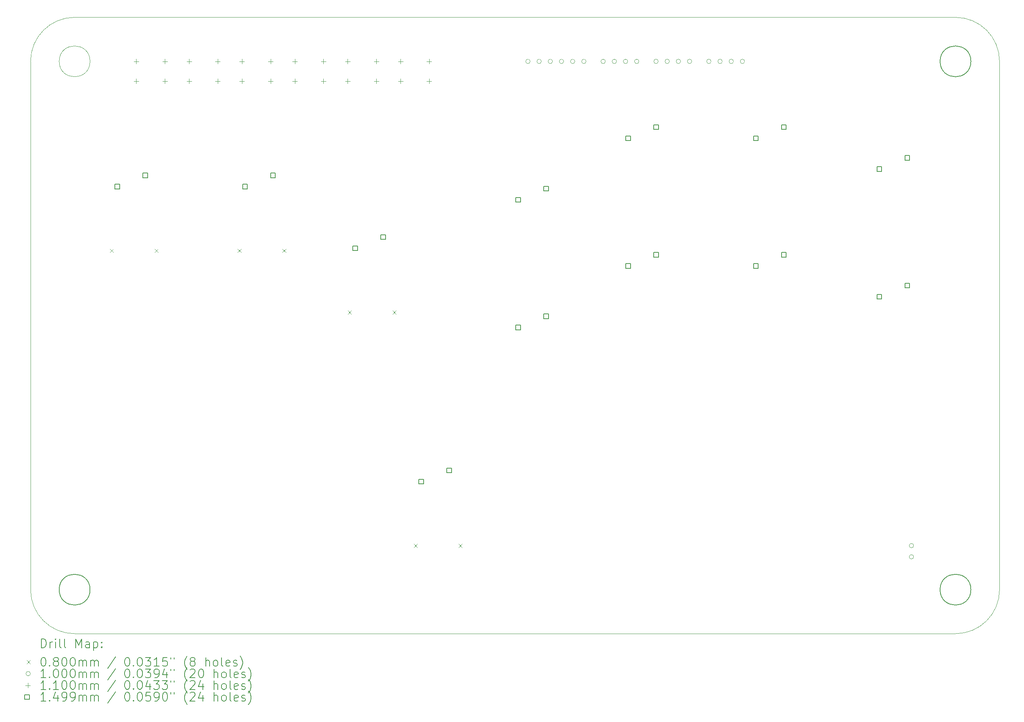
<source format=gbr>
%TF.GenerationSoftware,KiCad,Pcbnew,7.0.2*%
%TF.CreationDate,2023-09-05T17:50:13-07:00*%
%TF.ProjectId,takupcb-r2,74616b75-7063-4622-9d72-322e6b696361,rev?*%
%TF.SameCoordinates,Original*%
%TF.FileFunction,Drillmap*%
%TF.FilePolarity,Positive*%
%FSLAX45Y45*%
G04 Gerber Fmt 4.5, Leading zero omitted, Abs format (unit mm)*
G04 Created by KiCad (PCBNEW 7.0.2) date 2023-09-05 17:50:13*
%MOMM*%
%LPD*%
G01*
G04 APERTURE LIST*
%ADD10C,0.150000*%
%ADD11C,0.100000*%
%ADD12C,0.200000*%
%ADD13C,0.080000*%
%ADD14C,0.110000*%
%ADD15C,0.149860*%
G04 APERTURE END LIST*
D10*
X23350000Y-3000000D02*
G75*
G03*
X23350000Y-3000000I-350000J0D01*
G01*
X3350000Y-15000000D02*
G75*
G03*
X3350000Y-15000000I-350000J0D01*
G01*
D11*
X2000000Y-15000000D02*
G75*
G03*
X3000000Y-16000000I1000000J0D01*
G01*
X24000000Y-3000000D02*
G75*
G03*
X23000000Y-2000000I-1000000J0D01*
G01*
X23000000Y-2000000D02*
X3000000Y-2000000D01*
D10*
X23350000Y-15000000D02*
G75*
G03*
X23350000Y-15000000I-350000J0D01*
G01*
D11*
X2000000Y-3000000D02*
X2000000Y-15000000D01*
X24000000Y-15000000D02*
X24000000Y-3000000D01*
X3000000Y-2000000D02*
G75*
G03*
X2000000Y-3000000I0J-1000000D01*
G01*
X3350000Y-3000000D02*
G75*
G03*
X3350000Y-3000000I-350000J0D01*
G01*
X23000000Y-16000000D02*
G75*
G03*
X24000000Y-15000000I0J1000000D01*
G01*
X3000000Y-16000000D02*
X23000000Y-16000000D01*
D12*
D13*
X3802000Y-7260000D02*
X3882000Y-7340000D01*
X3882000Y-7260000D02*
X3802000Y-7340000D01*
X4818000Y-7260000D02*
X4898000Y-7340000D01*
X4898000Y-7260000D02*
X4818000Y-7340000D01*
X6702000Y-7260000D02*
X6782000Y-7340000D01*
X6782000Y-7260000D02*
X6702000Y-7340000D01*
X7718000Y-7260000D02*
X7798000Y-7340000D01*
X7798000Y-7260000D02*
X7718000Y-7340000D01*
X9202000Y-8660000D02*
X9282000Y-8740000D01*
X9282000Y-8660000D02*
X9202000Y-8740000D01*
X10218000Y-8660000D02*
X10298000Y-8740000D01*
X10298000Y-8660000D02*
X10218000Y-8740000D01*
X10702000Y-13960000D02*
X10782000Y-14040000D01*
X10782000Y-13960000D02*
X10702000Y-14040000D01*
X11718000Y-13960000D02*
X11798000Y-14040000D01*
X11798000Y-13960000D02*
X11718000Y-14040000D01*
D11*
X13342000Y-3000000D02*
G75*
G03*
X13342000Y-3000000I-50000J0D01*
G01*
X13596000Y-3000000D02*
G75*
G03*
X13596000Y-3000000I-50000J0D01*
G01*
X13850000Y-3000000D02*
G75*
G03*
X13850000Y-3000000I-50000J0D01*
G01*
X14104000Y-3000000D02*
G75*
G03*
X14104000Y-3000000I-50000J0D01*
G01*
X14358000Y-3000000D02*
G75*
G03*
X14358000Y-3000000I-50000J0D01*
G01*
X14612000Y-3000000D02*
G75*
G03*
X14612000Y-3000000I-50000J0D01*
G01*
X15050000Y-3000000D02*
G75*
G03*
X15050000Y-3000000I-50000J0D01*
G01*
X15304000Y-3000000D02*
G75*
G03*
X15304000Y-3000000I-50000J0D01*
G01*
X15558000Y-3000000D02*
G75*
G03*
X15558000Y-3000000I-50000J0D01*
G01*
X15812000Y-3000000D02*
G75*
G03*
X15812000Y-3000000I-50000J0D01*
G01*
X16250000Y-3000000D02*
G75*
G03*
X16250000Y-3000000I-50000J0D01*
G01*
X16504000Y-3000000D02*
G75*
G03*
X16504000Y-3000000I-50000J0D01*
G01*
X16758000Y-3000000D02*
G75*
G03*
X16758000Y-3000000I-50000J0D01*
G01*
X17012000Y-3000000D02*
G75*
G03*
X17012000Y-3000000I-50000J0D01*
G01*
X17450000Y-3000000D02*
G75*
G03*
X17450000Y-3000000I-50000J0D01*
G01*
X17704000Y-3000000D02*
G75*
G03*
X17704000Y-3000000I-50000J0D01*
G01*
X17958000Y-3000000D02*
G75*
G03*
X17958000Y-3000000I-50000J0D01*
G01*
X18212000Y-3000000D02*
G75*
G03*
X18212000Y-3000000I-50000J0D01*
G01*
X22050000Y-14000000D02*
G75*
G03*
X22050000Y-14000000I-50000J0D01*
G01*
X22050000Y-14254000D02*
G75*
G03*
X22050000Y-14254000I-50000J0D01*
G01*
D14*
X4400000Y-2945000D02*
X4400000Y-3055000D01*
X4345000Y-3000000D02*
X4455000Y-3000000D01*
X4400000Y-3395000D02*
X4400000Y-3505000D01*
X4345000Y-3450000D02*
X4455000Y-3450000D01*
X5050000Y-2945000D02*
X5050000Y-3055000D01*
X4995000Y-3000000D02*
X5105000Y-3000000D01*
X5050000Y-3395000D02*
X5050000Y-3505000D01*
X4995000Y-3450000D02*
X5105000Y-3450000D01*
X5600000Y-2945000D02*
X5600000Y-3055000D01*
X5545000Y-3000000D02*
X5655000Y-3000000D01*
X5600000Y-3395000D02*
X5600000Y-3505000D01*
X5545000Y-3450000D02*
X5655000Y-3450000D01*
X6250000Y-2945000D02*
X6250000Y-3055000D01*
X6195000Y-3000000D02*
X6305000Y-3000000D01*
X6250000Y-3395000D02*
X6250000Y-3505000D01*
X6195000Y-3450000D02*
X6305000Y-3450000D01*
X6800000Y-2945000D02*
X6800000Y-3055000D01*
X6745000Y-3000000D02*
X6855000Y-3000000D01*
X6800000Y-3395000D02*
X6800000Y-3505000D01*
X6745000Y-3450000D02*
X6855000Y-3450000D01*
X7450000Y-2945000D02*
X7450000Y-3055000D01*
X7395000Y-3000000D02*
X7505000Y-3000000D01*
X7450000Y-3395000D02*
X7450000Y-3505000D01*
X7395000Y-3450000D02*
X7505000Y-3450000D01*
X8000000Y-2945000D02*
X8000000Y-3055000D01*
X7945000Y-3000000D02*
X8055000Y-3000000D01*
X8000000Y-3395000D02*
X8000000Y-3505000D01*
X7945000Y-3450000D02*
X8055000Y-3450000D01*
X8650000Y-2945000D02*
X8650000Y-3055000D01*
X8595000Y-3000000D02*
X8705000Y-3000000D01*
X8650000Y-3395000D02*
X8650000Y-3505000D01*
X8595000Y-3450000D02*
X8705000Y-3450000D01*
X9200000Y-2945000D02*
X9200000Y-3055000D01*
X9145000Y-3000000D02*
X9255000Y-3000000D01*
X9200000Y-3395000D02*
X9200000Y-3505000D01*
X9145000Y-3450000D02*
X9255000Y-3450000D01*
X9850000Y-2945000D02*
X9850000Y-3055000D01*
X9795000Y-3000000D02*
X9905000Y-3000000D01*
X9850000Y-3395000D02*
X9850000Y-3505000D01*
X9795000Y-3450000D02*
X9905000Y-3450000D01*
X10400000Y-2945000D02*
X10400000Y-3055000D01*
X10345000Y-3000000D02*
X10455000Y-3000000D01*
X10400000Y-3395000D02*
X10400000Y-3505000D01*
X10345000Y-3450000D02*
X10455000Y-3450000D01*
X11050000Y-2945000D02*
X11050000Y-3055000D01*
X10995000Y-3000000D02*
X11105000Y-3000000D01*
X11050000Y-3395000D02*
X11050000Y-3505000D01*
X10995000Y-3450000D02*
X11105000Y-3450000D01*
D15*
X4021984Y-5898984D02*
X4021984Y-5793016D01*
X3916016Y-5793016D01*
X3916016Y-5898984D01*
X4021984Y-5898984D01*
X4656984Y-5644984D02*
X4656984Y-5539016D01*
X4551016Y-5539016D01*
X4551016Y-5644984D01*
X4656984Y-5644984D01*
X6921984Y-5898984D02*
X6921984Y-5793016D01*
X6816016Y-5793016D01*
X6816016Y-5898984D01*
X6921984Y-5898984D01*
X7556984Y-5644984D02*
X7556984Y-5539016D01*
X7451016Y-5539016D01*
X7451016Y-5644984D01*
X7556984Y-5644984D01*
X9421984Y-7298984D02*
X9421984Y-7193016D01*
X9316016Y-7193016D01*
X9316016Y-7298984D01*
X9421984Y-7298984D01*
X10056984Y-7044984D02*
X10056984Y-6939016D01*
X9951016Y-6939016D01*
X9951016Y-7044984D01*
X10056984Y-7044984D01*
X10921984Y-12598984D02*
X10921984Y-12493016D01*
X10816016Y-12493016D01*
X10816016Y-12598984D01*
X10921984Y-12598984D01*
X11556984Y-12344984D02*
X11556984Y-12239016D01*
X11451016Y-12239016D01*
X11451016Y-12344984D01*
X11556984Y-12344984D01*
X13121984Y-6198984D02*
X13121984Y-6093016D01*
X13016016Y-6093016D01*
X13016016Y-6198984D01*
X13121984Y-6198984D01*
X13121984Y-9098984D02*
X13121984Y-8993016D01*
X13016016Y-8993016D01*
X13016016Y-9098984D01*
X13121984Y-9098984D01*
X13756984Y-5944984D02*
X13756984Y-5839016D01*
X13651016Y-5839016D01*
X13651016Y-5944984D01*
X13756984Y-5944984D01*
X13756984Y-8844984D02*
X13756984Y-8739016D01*
X13651016Y-8739016D01*
X13651016Y-8844984D01*
X13756984Y-8844984D01*
X15621984Y-4798984D02*
X15621984Y-4693016D01*
X15516016Y-4693016D01*
X15516016Y-4798984D01*
X15621984Y-4798984D01*
X15621984Y-7698984D02*
X15621984Y-7593016D01*
X15516016Y-7593016D01*
X15516016Y-7698984D01*
X15621984Y-7698984D01*
X16256984Y-4544984D02*
X16256984Y-4439016D01*
X16151016Y-4439016D01*
X16151016Y-4544984D01*
X16256984Y-4544984D01*
X16256984Y-7444984D02*
X16256984Y-7339016D01*
X16151016Y-7339016D01*
X16151016Y-7444984D01*
X16256984Y-7444984D01*
X18521984Y-4798984D02*
X18521984Y-4693016D01*
X18416016Y-4693016D01*
X18416016Y-4798984D01*
X18521984Y-4798984D01*
X18521984Y-7698984D02*
X18521984Y-7593016D01*
X18416016Y-7593016D01*
X18416016Y-7698984D01*
X18521984Y-7698984D01*
X19156984Y-4544984D02*
X19156984Y-4439016D01*
X19051016Y-4439016D01*
X19051016Y-4544984D01*
X19156984Y-4544984D01*
X19156984Y-7444984D02*
X19156984Y-7339016D01*
X19051016Y-7339016D01*
X19051016Y-7444984D01*
X19156984Y-7444984D01*
X21321984Y-5498984D02*
X21321984Y-5393016D01*
X21216016Y-5393016D01*
X21216016Y-5498984D01*
X21321984Y-5498984D01*
X21321984Y-8398984D02*
X21321984Y-8293016D01*
X21216016Y-8293016D01*
X21216016Y-8398984D01*
X21321984Y-8398984D01*
X21956984Y-5244984D02*
X21956984Y-5139016D01*
X21851016Y-5139016D01*
X21851016Y-5244984D01*
X21956984Y-5244984D01*
X21956984Y-8144984D02*
X21956984Y-8039016D01*
X21851016Y-8039016D01*
X21851016Y-8144984D01*
X21956984Y-8144984D01*
D12*
X2242619Y-16317524D02*
X2242619Y-16117524D01*
X2242619Y-16117524D02*
X2290238Y-16117524D01*
X2290238Y-16117524D02*
X2318810Y-16127048D01*
X2318810Y-16127048D02*
X2337857Y-16146095D01*
X2337857Y-16146095D02*
X2347381Y-16165143D01*
X2347381Y-16165143D02*
X2356905Y-16203238D01*
X2356905Y-16203238D02*
X2356905Y-16231809D01*
X2356905Y-16231809D02*
X2347381Y-16269905D01*
X2347381Y-16269905D02*
X2337857Y-16288952D01*
X2337857Y-16288952D02*
X2318810Y-16308000D01*
X2318810Y-16308000D02*
X2290238Y-16317524D01*
X2290238Y-16317524D02*
X2242619Y-16317524D01*
X2442619Y-16317524D02*
X2442619Y-16184190D01*
X2442619Y-16222286D02*
X2452143Y-16203238D01*
X2452143Y-16203238D02*
X2461667Y-16193714D01*
X2461667Y-16193714D02*
X2480714Y-16184190D01*
X2480714Y-16184190D02*
X2499762Y-16184190D01*
X2566429Y-16317524D02*
X2566429Y-16184190D01*
X2566429Y-16117524D02*
X2556905Y-16127048D01*
X2556905Y-16127048D02*
X2566429Y-16136571D01*
X2566429Y-16136571D02*
X2575952Y-16127048D01*
X2575952Y-16127048D02*
X2566429Y-16117524D01*
X2566429Y-16117524D02*
X2566429Y-16136571D01*
X2690238Y-16317524D02*
X2671190Y-16308000D01*
X2671190Y-16308000D02*
X2661667Y-16288952D01*
X2661667Y-16288952D02*
X2661667Y-16117524D01*
X2795000Y-16317524D02*
X2775952Y-16308000D01*
X2775952Y-16308000D02*
X2766429Y-16288952D01*
X2766429Y-16288952D02*
X2766429Y-16117524D01*
X3023571Y-16317524D02*
X3023571Y-16117524D01*
X3023571Y-16117524D02*
X3090238Y-16260381D01*
X3090238Y-16260381D02*
X3156905Y-16117524D01*
X3156905Y-16117524D02*
X3156905Y-16317524D01*
X3337857Y-16317524D02*
X3337857Y-16212762D01*
X3337857Y-16212762D02*
X3328333Y-16193714D01*
X3328333Y-16193714D02*
X3309286Y-16184190D01*
X3309286Y-16184190D02*
X3271190Y-16184190D01*
X3271190Y-16184190D02*
X3252143Y-16193714D01*
X3337857Y-16308000D02*
X3318809Y-16317524D01*
X3318809Y-16317524D02*
X3271190Y-16317524D01*
X3271190Y-16317524D02*
X3252143Y-16308000D01*
X3252143Y-16308000D02*
X3242619Y-16288952D01*
X3242619Y-16288952D02*
X3242619Y-16269905D01*
X3242619Y-16269905D02*
X3252143Y-16250857D01*
X3252143Y-16250857D02*
X3271190Y-16241333D01*
X3271190Y-16241333D02*
X3318809Y-16241333D01*
X3318809Y-16241333D02*
X3337857Y-16231809D01*
X3433095Y-16184190D02*
X3433095Y-16384190D01*
X3433095Y-16193714D02*
X3452143Y-16184190D01*
X3452143Y-16184190D02*
X3490238Y-16184190D01*
X3490238Y-16184190D02*
X3509286Y-16193714D01*
X3509286Y-16193714D02*
X3518809Y-16203238D01*
X3518809Y-16203238D02*
X3528333Y-16222286D01*
X3528333Y-16222286D02*
X3528333Y-16279428D01*
X3528333Y-16279428D02*
X3518809Y-16298476D01*
X3518809Y-16298476D02*
X3509286Y-16308000D01*
X3509286Y-16308000D02*
X3490238Y-16317524D01*
X3490238Y-16317524D02*
X3452143Y-16317524D01*
X3452143Y-16317524D02*
X3433095Y-16308000D01*
X3614048Y-16298476D02*
X3623571Y-16308000D01*
X3623571Y-16308000D02*
X3614048Y-16317524D01*
X3614048Y-16317524D02*
X3604524Y-16308000D01*
X3604524Y-16308000D02*
X3614048Y-16298476D01*
X3614048Y-16298476D02*
X3614048Y-16317524D01*
X3614048Y-16193714D02*
X3623571Y-16203238D01*
X3623571Y-16203238D02*
X3614048Y-16212762D01*
X3614048Y-16212762D02*
X3604524Y-16203238D01*
X3604524Y-16203238D02*
X3614048Y-16193714D01*
X3614048Y-16193714D02*
X3614048Y-16212762D01*
D13*
X1915000Y-16605000D02*
X1995000Y-16685000D01*
X1995000Y-16605000D02*
X1915000Y-16685000D01*
D12*
X2280714Y-16537524D02*
X2299762Y-16537524D01*
X2299762Y-16537524D02*
X2318810Y-16547048D01*
X2318810Y-16547048D02*
X2328333Y-16556571D01*
X2328333Y-16556571D02*
X2337857Y-16575619D01*
X2337857Y-16575619D02*
X2347381Y-16613714D01*
X2347381Y-16613714D02*
X2347381Y-16661333D01*
X2347381Y-16661333D02*
X2337857Y-16699428D01*
X2337857Y-16699428D02*
X2328333Y-16718476D01*
X2328333Y-16718476D02*
X2318810Y-16728000D01*
X2318810Y-16728000D02*
X2299762Y-16737524D01*
X2299762Y-16737524D02*
X2280714Y-16737524D01*
X2280714Y-16737524D02*
X2261667Y-16728000D01*
X2261667Y-16728000D02*
X2252143Y-16718476D01*
X2252143Y-16718476D02*
X2242619Y-16699428D01*
X2242619Y-16699428D02*
X2233095Y-16661333D01*
X2233095Y-16661333D02*
X2233095Y-16613714D01*
X2233095Y-16613714D02*
X2242619Y-16575619D01*
X2242619Y-16575619D02*
X2252143Y-16556571D01*
X2252143Y-16556571D02*
X2261667Y-16547048D01*
X2261667Y-16547048D02*
X2280714Y-16537524D01*
X2433095Y-16718476D02*
X2442619Y-16728000D01*
X2442619Y-16728000D02*
X2433095Y-16737524D01*
X2433095Y-16737524D02*
X2423571Y-16728000D01*
X2423571Y-16728000D02*
X2433095Y-16718476D01*
X2433095Y-16718476D02*
X2433095Y-16737524D01*
X2556905Y-16623238D02*
X2537857Y-16613714D01*
X2537857Y-16613714D02*
X2528333Y-16604190D01*
X2528333Y-16604190D02*
X2518810Y-16585143D01*
X2518810Y-16585143D02*
X2518810Y-16575619D01*
X2518810Y-16575619D02*
X2528333Y-16556571D01*
X2528333Y-16556571D02*
X2537857Y-16547048D01*
X2537857Y-16547048D02*
X2556905Y-16537524D01*
X2556905Y-16537524D02*
X2595000Y-16537524D01*
X2595000Y-16537524D02*
X2614048Y-16547048D01*
X2614048Y-16547048D02*
X2623571Y-16556571D01*
X2623571Y-16556571D02*
X2633095Y-16575619D01*
X2633095Y-16575619D02*
X2633095Y-16585143D01*
X2633095Y-16585143D02*
X2623571Y-16604190D01*
X2623571Y-16604190D02*
X2614048Y-16613714D01*
X2614048Y-16613714D02*
X2595000Y-16623238D01*
X2595000Y-16623238D02*
X2556905Y-16623238D01*
X2556905Y-16623238D02*
X2537857Y-16632762D01*
X2537857Y-16632762D02*
X2528333Y-16642286D01*
X2528333Y-16642286D02*
X2518810Y-16661333D01*
X2518810Y-16661333D02*
X2518810Y-16699428D01*
X2518810Y-16699428D02*
X2528333Y-16718476D01*
X2528333Y-16718476D02*
X2537857Y-16728000D01*
X2537857Y-16728000D02*
X2556905Y-16737524D01*
X2556905Y-16737524D02*
X2595000Y-16737524D01*
X2595000Y-16737524D02*
X2614048Y-16728000D01*
X2614048Y-16728000D02*
X2623571Y-16718476D01*
X2623571Y-16718476D02*
X2633095Y-16699428D01*
X2633095Y-16699428D02*
X2633095Y-16661333D01*
X2633095Y-16661333D02*
X2623571Y-16642286D01*
X2623571Y-16642286D02*
X2614048Y-16632762D01*
X2614048Y-16632762D02*
X2595000Y-16623238D01*
X2756905Y-16537524D02*
X2775952Y-16537524D01*
X2775952Y-16537524D02*
X2795000Y-16547048D01*
X2795000Y-16547048D02*
X2804524Y-16556571D01*
X2804524Y-16556571D02*
X2814048Y-16575619D01*
X2814048Y-16575619D02*
X2823571Y-16613714D01*
X2823571Y-16613714D02*
X2823571Y-16661333D01*
X2823571Y-16661333D02*
X2814048Y-16699428D01*
X2814048Y-16699428D02*
X2804524Y-16718476D01*
X2804524Y-16718476D02*
X2795000Y-16728000D01*
X2795000Y-16728000D02*
X2775952Y-16737524D01*
X2775952Y-16737524D02*
X2756905Y-16737524D01*
X2756905Y-16737524D02*
X2737857Y-16728000D01*
X2737857Y-16728000D02*
X2728333Y-16718476D01*
X2728333Y-16718476D02*
X2718810Y-16699428D01*
X2718810Y-16699428D02*
X2709286Y-16661333D01*
X2709286Y-16661333D02*
X2709286Y-16613714D01*
X2709286Y-16613714D02*
X2718810Y-16575619D01*
X2718810Y-16575619D02*
X2728333Y-16556571D01*
X2728333Y-16556571D02*
X2737857Y-16547048D01*
X2737857Y-16547048D02*
X2756905Y-16537524D01*
X2947381Y-16537524D02*
X2966429Y-16537524D01*
X2966429Y-16537524D02*
X2985476Y-16547048D01*
X2985476Y-16547048D02*
X2995000Y-16556571D01*
X2995000Y-16556571D02*
X3004524Y-16575619D01*
X3004524Y-16575619D02*
X3014048Y-16613714D01*
X3014048Y-16613714D02*
X3014048Y-16661333D01*
X3014048Y-16661333D02*
X3004524Y-16699428D01*
X3004524Y-16699428D02*
X2995000Y-16718476D01*
X2995000Y-16718476D02*
X2985476Y-16728000D01*
X2985476Y-16728000D02*
X2966429Y-16737524D01*
X2966429Y-16737524D02*
X2947381Y-16737524D01*
X2947381Y-16737524D02*
X2928333Y-16728000D01*
X2928333Y-16728000D02*
X2918809Y-16718476D01*
X2918809Y-16718476D02*
X2909286Y-16699428D01*
X2909286Y-16699428D02*
X2899762Y-16661333D01*
X2899762Y-16661333D02*
X2899762Y-16613714D01*
X2899762Y-16613714D02*
X2909286Y-16575619D01*
X2909286Y-16575619D02*
X2918809Y-16556571D01*
X2918809Y-16556571D02*
X2928333Y-16547048D01*
X2928333Y-16547048D02*
X2947381Y-16537524D01*
X3099762Y-16737524D02*
X3099762Y-16604190D01*
X3099762Y-16623238D02*
X3109286Y-16613714D01*
X3109286Y-16613714D02*
X3128333Y-16604190D01*
X3128333Y-16604190D02*
X3156905Y-16604190D01*
X3156905Y-16604190D02*
X3175952Y-16613714D01*
X3175952Y-16613714D02*
X3185476Y-16632762D01*
X3185476Y-16632762D02*
X3185476Y-16737524D01*
X3185476Y-16632762D02*
X3195000Y-16613714D01*
X3195000Y-16613714D02*
X3214048Y-16604190D01*
X3214048Y-16604190D02*
X3242619Y-16604190D01*
X3242619Y-16604190D02*
X3261667Y-16613714D01*
X3261667Y-16613714D02*
X3271190Y-16632762D01*
X3271190Y-16632762D02*
X3271190Y-16737524D01*
X3366429Y-16737524D02*
X3366429Y-16604190D01*
X3366429Y-16623238D02*
X3375952Y-16613714D01*
X3375952Y-16613714D02*
X3395000Y-16604190D01*
X3395000Y-16604190D02*
X3423571Y-16604190D01*
X3423571Y-16604190D02*
X3442619Y-16613714D01*
X3442619Y-16613714D02*
X3452143Y-16632762D01*
X3452143Y-16632762D02*
X3452143Y-16737524D01*
X3452143Y-16632762D02*
X3461667Y-16613714D01*
X3461667Y-16613714D02*
X3480714Y-16604190D01*
X3480714Y-16604190D02*
X3509286Y-16604190D01*
X3509286Y-16604190D02*
X3528333Y-16613714D01*
X3528333Y-16613714D02*
X3537857Y-16632762D01*
X3537857Y-16632762D02*
X3537857Y-16737524D01*
X3928333Y-16528000D02*
X3756905Y-16785143D01*
X4185476Y-16537524D02*
X4204524Y-16537524D01*
X4204524Y-16537524D02*
X4223572Y-16547048D01*
X4223572Y-16547048D02*
X4233095Y-16556571D01*
X4233095Y-16556571D02*
X4242619Y-16575619D01*
X4242619Y-16575619D02*
X4252143Y-16613714D01*
X4252143Y-16613714D02*
X4252143Y-16661333D01*
X4252143Y-16661333D02*
X4242619Y-16699428D01*
X4242619Y-16699428D02*
X4233095Y-16718476D01*
X4233095Y-16718476D02*
X4223572Y-16728000D01*
X4223572Y-16728000D02*
X4204524Y-16737524D01*
X4204524Y-16737524D02*
X4185476Y-16737524D01*
X4185476Y-16737524D02*
X4166429Y-16728000D01*
X4166429Y-16728000D02*
X4156905Y-16718476D01*
X4156905Y-16718476D02*
X4147381Y-16699428D01*
X4147381Y-16699428D02*
X4137857Y-16661333D01*
X4137857Y-16661333D02*
X4137857Y-16613714D01*
X4137857Y-16613714D02*
X4147381Y-16575619D01*
X4147381Y-16575619D02*
X4156905Y-16556571D01*
X4156905Y-16556571D02*
X4166429Y-16547048D01*
X4166429Y-16547048D02*
X4185476Y-16537524D01*
X4337857Y-16718476D02*
X4347381Y-16728000D01*
X4347381Y-16728000D02*
X4337857Y-16737524D01*
X4337857Y-16737524D02*
X4328334Y-16728000D01*
X4328334Y-16728000D02*
X4337857Y-16718476D01*
X4337857Y-16718476D02*
X4337857Y-16737524D01*
X4471191Y-16537524D02*
X4490238Y-16537524D01*
X4490238Y-16537524D02*
X4509286Y-16547048D01*
X4509286Y-16547048D02*
X4518810Y-16556571D01*
X4518810Y-16556571D02*
X4528334Y-16575619D01*
X4528334Y-16575619D02*
X4537857Y-16613714D01*
X4537857Y-16613714D02*
X4537857Y-16661333D01*
X4537857Y-16661333D02*
X4528334Y-16699428D01*
X4528334Y-16699428D02*
X4518810Y-16718476D01*
X4518810Y-16718476D02*
X4509286Y-16728000D01*
X4509286Y-16728000D02*
X4490238Y-16737524D01*
X4490238Y-16737524D02*
X4471191Y-16737524D01*
X4471191Y-16737524D02*
X4452143Y-16728000D01*
X4452143Y-16728000D02*
X4442619Y-16718476D01*
X4442619Y-16718476D02*
X4433095Y-16699428D01*
X4433095Y-16699428D02*
X4423572Y-16661333D01*
X4423572Y-16661333D02*
X4423572Y-16613714D01*
X4423572Y-16613714D02*
X4433095Y-16575619D01*
X4433095Y-16575619D02*
X4442619Y-16556571D01*
X4442619Y-16556571D02*
X4452143Y-16547048D01*
X4452143Y-16547048D02*
X4471191Y-16537524D01*
X4604524Y-16537524D02*
X4728334Y-16537524D01*
X4728334Y-16537524D02*
X4661667Y-16613714D01*
X4661667Y-16613714D02*
X4690238Y-16613714D01*
X4690238Y-16613714D02*
X4709286Y-16623238D01*
X4709286Y-16623238D02*
X4718810Y-16632762D01*
X4718810Y-16632762D02*
X4728334Y-16651809D01*
X4728334Y-16651809D02*
X4728334Y-16699428D01*
X4728334Y-16699428D02*
X4718810Y-16718476D01*
X4718810Y-16718476D02*
X4709286Y-16728000D01*
X4709286Y-16728000D02*
X4690238Y-16737524D01*
X4690238Y-16737524D02*
X4633095Y-16737524D01*
X4633095Y-16737524D02*
X4614048Y-16728000D01*
X4614048Y-16728000D02*
X4604524Y-16718476D01*
X4918810Y-16737524D02*
X4804524Y-16737524D01*
X4861667Y-16737524D02*
X4861667Y-16537524D01*
X4861667Y-16537524D02*
X4842619Y-16566095D01*
X4842619Y-16566095D02*
X4823572Y-16585143D01*
X4823572Y-16585143D02*
X4804524Y-16594667D01*
X5099762Y-16537524D02*
X5004524Y-16537524D01*
X5004524Y-16537524D02*
X4995000Y-16632762D01*
X4995000Y-16632762D02*
X5004524Y-16623238D01*
X5004524Y-16623238D02*
X5023572Y-16613714D01*
X5023572Y-16613714D02*
X5071191Y-16613714D01*
X5071191Y-16613714D02*
X5090238Y-16623238D01*
X5090238Y-16623238D02*
X5099762Y-16632762D01*
X5099762Y-16632762D02*
X5109286Y-16651809D01*
X5109286Y-16651809D02*
X5109286Y-16699428D01*
X5109286Y-16699428D02*
X5099762Y-16718476D01*
X5099762Y-16718476D02*
X5090238Y-16728000D01*
X5090238Y-16728000D02*
X5071191Y-16737524D01*
X5071191Y-16737524D02*
X5023572Y-16737524D01*
X5023572Y-16737524D02*
X5004524Y-16728000D01*
X5004524Y-16728000D02*
X4995000Y-16718476D01*
X5185476Y-16537524D02*
X5185476Y-16575619D01*
X5261667Y-16537524D02*
X5261667Y-16575619D01*
X5556905Y-16813714D02*
X5547381Y-16804190D01*
X5547381Y-16804190D02*
X5528334Y-16775619D01*
X5528334Y-16775619D02*
X5518810Y-16756571D01*
X5518810Y-16756571D02*
X5509286Y-16728000D01*
X5509286Y-16728000D02*
X5499762Y-16680381D01*
X5499762Y-16680381D02*
X5499762Y-16642286D01*
X5499762Y-16642286D02*
X5509286Y-16594667D01*
X5509286Y-16594667D02*
X5518810Y-16566095D01*
X5518810Y-16566095D02*
X5528334Y-16547048D01*
X5528334Y-16547048D02*
X5547381Y-16518476D01*
X5547381Y-16518476D02*
X5556905Y-16508952D01*
X5661667Y-16623238D02*
X5642619Y-16613714D01*
X5642619Y-16613714D02*
X5633095Y-16604190D01*
X5633095Y-16604190D02*
X5623572Y-16585143D01*
X5623572Y-16585143D02*
X5623572Y-16575619D01*
X5623572Y-16575619D02*
X5633095Y-16556571D01*
X5633095Y-16556571D02*
X5642619Y-16547048D01*
X5642619Y-16547048D02*
X5661667Y-16537524D01*
X5661667Y-16537524D02*
X5699762Y-16537524D01*
X5699762Y-16537524D02*
X5718810Y-16547048D01*
X5718810Y-16547048D02*
X5728334Y-16556571D01*
X5728334Y-16556571D02*
X5737857Y-16575619D01*
X5737857Y-16575619D02*
X5737857Y-16585143D01*
X5737857Y-16585143D02*
X5728334Y-16604190D01*
X5728334Y-16604190D02*
X5718810Y-16613714D01*
X5718810Y-16613714D02*
X5699762Y-16623238D01*
X5699762Y-16623238D02*
X5661667Y-16623238D01*
X5661667Y-16623238D02*
X5642619Y-16632762D01*
X5642619Y-16632762D02*
X5633095Y-16642286D01*
X5633095Y-16642286D02*
X5623572Y-16661333D01*
X5623572Y-16661333D02*
X5623572Y-16699428D01*
X5623572Y-16699428D02*
X5633095Y-16718476D01*
X5633095Y-16718476D02*
X5642619Y-16728000D01*
X5642619Y-16728000D02*
X5661667Y-16737524D01*
X5661667Y-16737524D02*
X5699762Y-16737524D01*
X5699762Y-16737524D02*
X5718810Y-16728000D01*
X5718810Y-16728000D02*
X5728334Y-16718476D01*
X5728334Y-16718476D02*
X5737857Y-16699428D01*
X5737857Y-16699428D02*
X5737857Y-16661333D01*
X5737857Y-16661333D02*
X5728334Y-16642286D01*
X5728334Y-16642286D02*
X5718810Y-16632762D01*
X5718810Y-16632762D02*
X5699762Y-16623238D01*
X5975953Y-16737524D02*
X5975953Y-16537524D01*
X6061667Y-16737524D02*
X6061667Y-16632762D01*
X6061667Y-16632762D02*
X6052143Y-16613714D01*
X6052143Y-16613714D02*
X6033096Y-16604190D01*
X6033096Y-16604190D02*
X6004524Y-16604190D01*
X6004524Y-16604190D02*
X5985476Y-16613714D01*
X5985476Y-16613714D02*
X5975953Y-16623238D01*
X6185476Y-16737524D02*
X6166429Y-16728000D01*
X6166429Y-16728000D02*
X6156905Y-16718476D01*
X6156905Y-16718476D02*
X6147381Y-16699428D01*
X6147381Y-16699428D02*
X6147381Y-16642286D01*
X6147381Y-16642286D02*
X6156905Y-16623238D01*
X6156905Y-16623238D02*
X6166429Y-16613714D01*
X6166429Y-16613714D02*
X6185476Y-16604190D01*
X6185476Y-16604190D02*
X6214048Y-16604190D01*
X6214048Y-16604190D02*
X6233096Y-16613714D01*
X6233096Y-16613714D02*
X6242619Y-16623238D01*
X6242619Y-16623238D02*
X6252143Y-16642286D01*
X6252143Y-16642286D02*
X6252143Y-16699428D01*
X6252143Y-16699428D02*
X6242619Y-16718476D01*
X6242619Y-16718476D02*
X6233096Y-16728000D01*
X6233096Y-16728000D02*
X6214048Y-16737524D01*
X6214048Y-16737524D02*
X6185476Y-16737524D01*
X6366429Y-16737524D02*
X6347381Y-16728000D01*
X6347381Y-16728000D02*
X6337857Y-16708952D01*
X6337857Y-16708952D02*
X6337857Y-16537524D01*
X6518810Y-16728000D02*
X6499762Y-16737524D01*
X6499762Y-16737524D02*
X6461667Y-16737524D01*
X6461667Y-16737524D02*
X6442619Y-16728000D01*
X6442619Y-16728000D02*
X6433096Y-16708952D01*
X6433096Y-16708952D02*
X6433096Y-16632762D01*
X6433096Y-16632762D02*
X6442619Y-16613714D01*
X6442619Y-16613714D02*
X6461667Y-16604190D01*
X6461667Y-16604190D02*
X6499762Y-16604190D01*
X6499762Y-16604190D02*
X6518810Y-16613714D01*
X6518810Y-16613714D02*
X6528334Y-16632762D01*
X6528334Y-16632762D02*
X6528334Y-16651809D01*
X6528334Y-16651809D02*
X6433096Y-16670857D01*
X6604524Y-16728000D02*
X6623572Y-16737524D01*
X6623572Y-16737524D02*
X6661667Y-16737524D01*
X6661667Y-16737524D02*
X6680715Y-16728000D01*
X6680715Y-16728000D02*
X6690238Y-16708952D01*
X6690238Y-16708952D02*
X6690238Y-16699428D01*
X6690238Y-16699428D02*
X6680715Y-16680381D01*
X6680715Y-16680381D02*
X6661667Y-16670857D01*
X6661667Y-16670857D02*
X6633096Y-16670857D01*
X6633096Y-16670857D02*
X6614048Y-16661333D01*
X6614048Y-16661333D02*
X6604524Y-16642286D01*
X6604524Y-16642286D02*
X6604524Y-16632762D01*
X6604524Y-16632762D02*
X6614048Y-16613714D01*
X6614048Y-16613714D02*
X6633096Y-16604190D01*
X6633096Y-16604190D02*
X6661667Y-16604190D01*
X6661667Y-16604190D02*
X6680715Y-16613714D01*
X6756905Y-16813714D02*
X6766429Y-16804190D01*
X6766429Y-16804190D02*
X6785477Y-16775619D01*
X6785477Y-16775619D02*
X6795000Y-16756571D01*
X6795000Y-16756571D02*
X6804524Y-16728000D01*
X6804524Y-16728000D02*
X6814048Y-16680381D01*
X6814048Y-16680381D02*
X6814048Y-16642286D01*
X6814048Y-16642286D02*
X6804524Y-16594667D01*
X6804524Y-16594667D02*
X6795000Y-16566095D01*
X6795000Y-16566095D02*
X6785477Y-16547048D01*
X6785477Y-16547048D02*
X6766429Y-16518476D01*
X6766429Y-16518476D02*
X6756905Y-16508952D01*
D11*
X1995000Y-16909000D02*
G75*
G03*
X1995000Y-16909000I-50000J0D01*
G01*
D12*
X2347381Y-17001524D02*
X2233095Y-17001524D01*
X2290238Y-17001524D02*
X2290238Y-16801524D01*
X2290238Y-16801524D02*
X2271190Y-16830095D01*
X2271190Y-16830095D02*
X2252143Y-16849143D01*
X2252143Y-16849143D02*
X2233095Y-16858667D01*
X2433095Y-16982476D02*
X2442619Y-16992000D01*
X2442619Y-16992000D02*
X2433095Y-17001524D01*
X2433095Y-17001524D02*
X2423571Y-16992000D01*
X2423571Y-16992000D02*
X2433095Y-16982476D01*
X2433095Y-16982476D02*
X2433095Y-17001524D01*
X2566429Y-16801524D02*
X2585476Y-16801524D01*
X2585476Y-16801524D02*
X2604524Y-16811048D01*
X2604524Y-16811048D02*
X2614048Y-16820571D01*
X2614048Y-16820571D02*
X2623571Y-16839619D01*
X2623571Y-16839619D02*
X2633095Y-16877714D01*
X2633095Y-16877714D02*
X2633095Y-16925333D01*
X2633095Y-16925333D02*
X2623571Y-16963429D01*
X2623571Y-16963429D02*
X2614048Y-16982476D01*
X2614048Y-16982476D02*
X2604524Y-16992000D01*
X2604524Y-16992000D02*
X2585476Y-17001524D01*
X2585476Y-17001524D02*
X2566429Y-17001524D01*
X2566429Y-17001524D02*
X2547381Y-16992000D01*
X2547381Y-16992000D02*
X2537857Y-16982476D01*
X2537857Y-16982476D02*
X2528333Y-16963429D01*
X2528333Y-16963429D02*
X2518810Y-16925333D01*
X2518810Y-16925333D02*
X2518810Y-16877714D01*
X2518810Y-16877714D02*
X2528333Y-16839619D01*
X2528333Y-16839619D02*
X2537857Y-16820571D01*
X2537857Y-16820571D02*
X2547381Y-16811048D01*
X2547381Y-16811048D02*
X2566429Y-16801524D01*
X2756905Y-16801524D02*
X2775952Y-16801524D01*
X2775952Y-16801524D02*
X2795000Y-16811048D01*
X2795000Y-16811048D02*
X2804524Y-16820571D01*
X2804524Y-16820571D02*
X2814048Y-16839619D01*
X2814048Y-16839619D02*
X2823571Y-16877714D01*
X2823571Y-16877714D02*
X2823571Y-16925333D01*
X2823571Y-16925333D02*
X2814048Y-16963429D01*
X2814048Y-16963429D02*
X2804524Y-16982476D01*
X2804524Y-16982476D02*
X2795000Y-16992000D01*
X2795000Y-16992000D02*
X2775952Y-17001524D01*
X2775952Y-17001524D02*
X2756905Y-17001524D01*
X2756905Y-17001524D02*
X2737857Y-16992000D01*
X2737857Y-16992000D02*
X2728333Y-16982476D01*
X2728333Y-16982476D02*
X2718810Y-16963429D01*
X2718810Y-16963429D02*
X2709286Y-16925333D01*
X2709286Y-16925333D02*
X2709286Y-16877714D01*
X2709286Y-16877714D02*
X2718810Y-16839619D01*
X2718810Y-16839619D02*
X2728333Y-16820571D01*
X2728333Y-16820571D02*
X2737857Y-16811048D01*
X2737857Y-16811048D02*
X2756905Y-16801524D01*
X2947381Y-16801524D02*
X2966429Y-16801524D01*
X2966429Y-16801524D02*
X2985476Y-16811048D01*
X2985476Y-16811048D02*
X2995000Y-16820571D01*
X2995000Y-16820571D02*
X3004524Y-16839619D01*
X3004524Y-16839619D02*
X3014048Y-16877714D01*
X3014048Y-16877714D02*
X3014048Y-16925333D01*
X3014048Y-16925333D02*
X3004524Y-16963429D01*
X3004524Y-16963429D02*
X2995000Y-16982476D01*
X2995000Y-16982476D02*
X2985476Y-16992000D01*
X2985476Y-16992000D02*
X2966429Y-17001524D01*
X2966429Y-17001524D02*
X2947381Y-17001524D01*
X2947381Y-17001524D02*
X2928333Y-16992000D01*
X2928333Y-16992000D02*
X2918809Y-16982476D01*
X2918809Y-16982476D02*
X2909286Y-16963429D01*
X2909286Y-16963429D02*
X2899762Y-16925333D01*
X2899762Y-16925333D02*
X2899762Y-16877714D01*
X2899762Y-16877714D02*
X2909286Y-16839619D01*
X2909286Y-16839619D02*
X2918809Y-16820571D01*
X2918809Y-16820571D02*
X2928333Y-16811048D01*
X2928333Y-16811048D02*
X2947381Y-16801524D01*
X3099762Y-17001524D02*
X3099762Y-16868190D01*
X3099762Y-16887238D02*
X3109286Y-16877714D01*
X3109286Y-16877714D02*
X3128333Y-16868190D01*
X3128333Y-16868190D02*
X3156905Y-16868190D01*
X3156905Y-16868190D02*
X3175952Y-16877714D01*
X3175952Y-16877714D02*
X3185476Y-16896762D01*
X3185476Y-16896762D02*
X3185476Y-17001524D01*
X3185476Y-16896762D02*
X3195000Y-16877714D01*
X3195000Y-16877714D02*
X3214048Y-16868190D01*
X3214048Y-16868190D02*
X3242619Y-16868190D01*
X3242619Y-16868190D02*
X3261667Y-16877714D01*
X3261667Y-16877714D02*
X3271190Y-16896762D01*
X3271190Y-16896762D02*
X3271190Y-17001524D01*
X3366429Y-17001524D02*
X3366429Y-16868190D01*
X3366429Y-16887238D02*
X3375952Y-16877714D01*
X3375952Y-16877714D02*
X3395000Y-16868190D01*
X3395000Y-16868190D02*
X3423571Y-16868190D01*
X3423571Y-16868190D02*
X3442619Y-16877714D01*
X3442619Y-16877714D02*
X3452143Y-16896762D01*
X3452143Y-16896762D02*
X3452143Y-17001524D01*
X3452143Y-16896762D02*
X3461667Y-16877714D01*
X3461667Y-16877714D02*
X3480714Y-16868190D01*
X3480714Y-16868190D02*
X3509286Y-16868190D01*
X3509286Y-16868190D02*
X3528333Y-16877714D01*
X3528333Y-16877714D02*
X3537857Y-16896762D01*
X3537857Y-16896762D02*
X3537857Y-17001524D01*
X3928333Y-16792000D02*
X3756905Y-17049143D01*
X4185476Y-16801524D02*
X4204524Y-16801524D01*
X4204524Y-16801524D02*
X4223572Y-16811048D01*
X4223572Y-16811048D02*
X4233095Y-16820571D01*
X4233095Y-16820571D02*
X4242619Y-16839619D01*
X4242619Y-16839619D02*
X4252143Y-16877714D01*
X4252143Y-16877714D02*
X4252143Y-16925333D01*
X4252143Y-16925333D02*
X4242619Y-16963429D01*
X4242619Y-16963429D02*
X4233095Y-16982476D01*
X4233095Y-16982476D02*
X4223572Y-16992000D01*
X4223572Y-16992000D02*
X4204524Y-17001524D01*
X4204524Y-17001524D02*
X4185476Y-17001524D01*
X4185476Y-17001524D02*
X4166429Y-16992000D01*
X4166429Y-16992000D02*
X4156905Y-16982476D01*
X4156905Y-16982476D02*
X4147381Y-16963429D01*
X4147381Y-16963429D02*
X4137857Y-16925333D01*
X4137857Y-16925333D02*
X4137857Y-16877714D01*
X4137857Y-16877714D02*
X4147381Y-16839619D01*
X4147381Y-16839619D02*
X4156905Y-16820571D01*
X4156905Y-16820571D02*
X4166429Y-16811048D01*
X4166429Y-16811048D02*
X4185476Y-16801524D01*
X4337857Y-16982476D02*
X4347381Y-16992000D01*
X4347381Y-16992000D02*
X4337857Y-17001524D01*
X4337857Y-17001524D02*
X4328334Y-16992000D01*
X4328334Y-16992000D02*
X4337857Y-16982476D01*
X4337857Y-16982476D02*
X4337857Y-17001524D01*
X4471191Y-16801524D02*
X4490238Y-16801524D01*
X4490238Y-16801524D02*
X4509286Y-16811048D01*
X4509286Y-16811048D02*
X4518810Y-16820571D01*
X4518810Y-16820571D02*
X4528334Y-16839619D01*
X4528334Y-16839619D02*
X4537857Y-16877714D01*
X4537857Y-16877714D02*
X4537857Y-16925333D01*
X4537857Y-16925333D02*
X4528334Y-16963429D01*
X4528334Y-16963429D02*
X4518810Y-16982476D01*
X4518810Y-16982476D02*
X4509286Y-16992000D01*
X4509286Y-16992000D02*
X4490238Y-17001524D01*
X4490238Y-17001524D02*
X4471191Y-17001524D01*
X4471191Y-17001524D02*
X4452143Y-16992000D01*
X4452143Y-16992000D02*
X4442619Y-16982476D01*
X4442619Y-16982476D02*
X4433095Y-16963429D01*
X4433095Y-16963429D02*
X4423572Y-16925333D01*
X4423572Y-16925333D02*
X4423572Y-16877714D01*
X4423572Y-16877714D02*
X4433095Y-16839619D01*
X4433095Y-16839619D02*
X4442619Y-16820571D01*
X4442619Y-16820571D02*
X4452143Y-16811048D01*
X4452143Y-16811048D02*
X4471191Y-16801524D01*
X4604524Y-16801524D02*
X4728334Y-16801524D01*
X4728334Y-16801524D02*
X4661667Y-16877714D01*
X4661667Y-16877714D02*
X4690238Y-16877714D01*
X4690238Y-16877714D02*
X4709286Y-16887238D01*
X4709286Y-16887238D02*
X4718810Y-16896762D01*
X4718810Y-16896762D02*
X4728334Y-16915810D01*
X4728334Y-16915810D02*
X4728334Y-16963429D01*
X4728334Y-16963429D02*
X4718810Y-16982476D01*
X4718810Y-16982476D02*
X4709286Y-16992000D01*
X4709286Y-16992000D02*
X4690238Y-17001524D01*
X4690238Y-17001524D02*
X4633095Y-17001524D01*
X4633095Y-17001524D02*
X4614048Y-16992000D01*
X4614048Y-16992000D02*
X4604524Y-16982476D01*
X4823572Y-17001524D02*
X4861667Y-17001524D01*
X4861667Y-17001524D02*
X4880715Y-16992000D01*
X4880715Y-16992000D02*
X4890238Y-16982476D01*
X4890238Y-16982476D02*
X4909286Y-16953905D01*
X4909286Y-16953905D02*
X4918810Y-16915810D01*
X4918810Y-16915810D02*
X4918810Y-16839619D01*
X4918810Y-16839619D02*
X4909286Y-16820571D01*
X4909286Y-16820571D02*
X4899762Y-16811048D01*
X4899762Y-16811048D02*
X4880715Y-16801524D01*
X4880715Y-16801524D02*
X4842619Y-16801524D01*
X4842619Y-16801524D02*
X4823572Y-16811048D01*
X4823572Y-16811048D02*
X4814048Y-16820571D01*
X4814048Y-16820571D02*
X4804524Y-16839619D01*
X4804524Y-16839619D02*
X4804524Y-16887238D01*
X4804524Y-16887238D02*
X4814048Y-16906286D01*
X4814048Y-16906286D02*
X4823572Y-16915810D01*
X4823572Y-16915810D02*
X4842619Y-16925333D01*
X4842619Y-16925333D02*
X4880715Y-16925333D01*
X4880715Y-16925333D02*
X4899762Y-16915810D01*
X4899762Y-16915810D02*
X4909286Y-16906286D01*
X4909286Y-16906286D02*
X4918810Y-16887238D01*
X5090238Y-16868190D02*
X5090238Y-17001524D01*
X5042619Y-16792000D02*
X4995000Y-16934857D01*
X4995000Y-16934857D02*
X5118810Y-16934857D01*
X5185476Y-16801524D02*
X5185476Y-16839619D01*
X5261667Y-16801524D02*
X5261667Y-16839619D01*
X5556905Y-17077714D02*
X5547381Y-17068190D01*
X5547381Y-17068190D02*
X5528334Y-17039619D01*
X5528334Y-17039619D02*
X5518810Y-17020571D01*
X5518810Y-17020571D02*
X5509286Y-16992000D01*
X5509286Y-16992000D02*
X5499762Y-16944381D01*
X5499762Y-16944381D02*
X5499762Y-16906286D01*
X5499762Y-16906286D02*
X5509286Y-16858667D01*
X5509286Y-16858667D02*
X5518810Y-16830095D01*
X5518810Y-16830095D02*
X5528334Y-16811048D01*
X5528334Y-16811048D02*
X5547381Y-16782476D01*
X5547381Y-16782476D02*
X5556905Y-16772952D01*
X5623572Y-16820571D02*
X5633095Y-16811048D01*
X5633095Y-16811048D02*
X5652143Y-16801524D01*
X5652143Y-16801524D02*
X5699762Y-16801524D01*
X5699762Y-16801524D02*
X5718810Y-16811048D01*
X5718810Y-16811048D02*
X5728334Y-16820571D01*
X5728334Y-16820571D02*
X5737857Y-16839619D01*
X5737857Y-16839619D02*
X5737857Y-16858667D01*
X5737857Y-16858667D02*
X5728334Y-16887238D01*
X5728334Y-16887238D02*
X5614048Y-17001524D01*
X5614048Y-17001524D02*
X5737857Y-17001524D01*
X5861667Y-16801524D02*
X5880715Y-16801524D01*
X5880715Y-16801524D02*
X5899762Y-16811048D01*
X5899762Y-16811048D02*
X5909286Y-16820571D01*
X5909286Y-16820571D02*
X5918810Y-16839619D01*
X5918810Y-16839619D02*
X5928334Y-16877714D01*
X5928334Y-16877714D02*
X5928334Y-16925333D01*
X5928334Y-16925333D02*
X5918810Y-16963429D01*
X5918810Y-16963429D02*
X5909286Y-16982476D01*
X5909286Y-16982476D02*
X5899762Y-16992000D01*
X5899762Y-16992000D02*
X5880715Y-17001524D01*
X5880715Y-17001524D02*
X5861667Y-17001524D01*
X5861667Y-17001524D02*
X5842619Y-16992000D01*
X5842619Y-16992000D02*
X5833095Y-16982476D01*
X5833095Y-16982476D02*
X5823572Y-16963429D01*
X5823572Y-16963429D02*
X5814048Y-16925333D01*
X5814048Y-16925333D02*
X5814048Y-16877714D01*
X5814048Y-16877714D02*
X5823572Y-16839619D01*
X5823572Y-16839619D02*
X5833095Y-16820571D01*
X5833095Y-16820571D02*
X5842619Y-16811048D01*
X5842619Y-16811048D02*
X5861667Y-16801524D01*
X6166429Y-17001524D02*
X6166429Y-16801524D01*
X6252143Y-17001524D02*
X6252143Y-16896762D01*
X6252143Y-16896762D02*
X6242619Y-16877714D01*
X6242619Y-16877714D02*
X6223572Y-16868190D01*
X6223572Y-16868190D02*
X6195000Y-16868190D01*
X6195000Y-16868190D02*
X6175953Y-16877714D01*
X6175953Y-16877714D02*
X6166429Y-16887238D01*
X6375953Y-17001524D02*
X6356905Y-16992000D01*
X6356905Y-16992000D02*
X6347381Y-16982476D01*
X6347381Y-16982476D02*
X6337857Y-16963429D01*
X6337857Y-16963429D02*
X6337857Y-16906286D01*
X6337857Y-16906286D02*
X6347381Y-16887238D01*
X6347381Y-16887238D02*
X6356905Y-16877714D01*
X6356905Y-16877714D02*
X6375953Y-16868190D01*
X6375953Y-16868190D02*
X6404524Y-16868190D01*
X6404524Y-16868190D02*
X6423572Y-16877714D01*
X6423572Y-16877714D02*
X6433096Y-16887238D01*
X6433096Y-16887238D02*
X6442619Y-16906286D01*
X6442619Y-16906286D02*
X6442619Y-16963429D01*
X6442619Y-16963429D02*
X6433096Y-16982476D01*
X6433096Y-16982476D02*
X6423572Y-16992000D01*
X6423572Y-16992000D02*
X6404524Y-17001524D01*
X6404524Y-17001524D02*
X6375953Y-17001524D01*
X6556905Y-17001524D02*
X6537857Y-16992000D01*
X6537857Y-16992000D02*
X6528334Y-16972952D01*
X6528334Y-16972952D02*
X6528334Y-16801524D01*
X6709286Y-16992000D02*
X6690238Y-17001524D01*
X6690238Y-17001524D02*
X6652143Y-17001524D01*
X6652143Y-17001524D02*
X6633096Y-16992000D01*
X6633096Y-16992000D02*
X6623572Y-16972952D01*
X6623572Y-16972952D02*
X6623572Y-16896762D01*
X6623572Y-16896762D02*
X6633096Y-16877714D01*
X6633096Y-16877714D02*
X6652143Y-16868190D01*
X6652143Y-16868190D02*
X6690238Y-16868190D01*
X6690238Y-16868190D02*
X6709286Y-16877714D01*
X6709286Y-16877714D02*
X6718810Y-16896762D01*
X6718810Y-16896762D02*
X6718810Y-16915810D01*
X6718810Y-16915810D02*
X6623572Y-16934857D01*
X6795000Y-16992000D02*
X6814048Y-17001524D01*
X6814048Y-17001524D02*
X6852143Y-17001524D01*
X6852143Y-17001524D02*
X6871191Y-16992000D01*
X6871191Y-16992000D02*
X6880715Y-16972952D01*
X6880715Y-16972952D02*
X6880715Y-16963429D01*
X6880715Y-16963429D02*
X6871191Y-16944381D01*
X6871191Y-16944381D02*
X6852143Y-16934857D01*
X6852143Y-16934857D02*
X6823572Y-16934857D01*
X6823572Y-16934857D02*
X6804524Y-16925333D01*
X6804524Y-16925333D02*
X6795000Y-16906286D01*
X6795000Y-16906286D02*
X6795000Y-16896762D01*
X6795000Y-16896762D02*
X6804524Y-16877714D01*
X6804524Y-16877714D02*
X6823572Y-16868190D01*
X6823572Y-16868190D02*
X6852143Y-16868190D01*
X6852143Y-16868190D02*
X6871191Y-16877714D01*
X6947381Y-17077714D02*
X6956905Y-17068190D01*
X6956905Y-17068190D02*
X6975953Y-17039619D01*
X6975953Y-17039619D02*
X6985477Y-17020571D01*
X6985477Y-17020571D02*
X6995000Y-16992000D01*
X6995000Y-16992000D02*
X7004524Y-16944381D01*
X7004524Y-16944381D02*
X7004524Y-16906286D01*
X7004524Y-16906286D02*
X6995000Y-16858667D01*
X6995000Y-16858667D02*
X6985477Y-16830095D01*
X6985477Y-16830095D02*
X6975953Y-16811048D01*
X6975953Y-16811048D02*
X6956905Y-16782476D01*
X6956905Y-16782476D02*
X6947381Y-16772952D01*
D14*
X1940000Y-17118000D02*
X1940000Y-17228000D01*
X1885000Y-17173000D02*
X1995000Y-17173000D01*
D12*
X2347381Y-17265524D02*
X2233095Y-17265524D01*
X2290238Y-17265524D02*
X2290238Y-17065524D01*
X2290238Y-17065524D02*
X2271190Y-17094095D01*
X2271190Y-17094095D02*
X2252143Y-17113143D01*
X2252143Y-17113143D02*
X2233095Y-17122667D01*
X2433095Y-17246476D02*
X2442619Y-17256000D01*
X2442619Y-17256000D02*
X2433095Y-17265524D01*
X2433095Y-17265524D02*
X2423571Y-17256000D01*
X2423571Y-17256000D02*
X2433095Y-17246476D01*
X2433095Y-17246476D02*
X2433095Y-17265524D01*
X2633095Y-17265524D02*
X2518810Y-17265524D01*
X2575952Y-17265524D02*
X2575952Y-17065524D01*
X2575952Y-17065524D02*
X2556905Y-17094095D01*
X2556905Y-17094095D02*
X2537857Y-17113143D01*
X2537857Y-17113143D02*
X2518810Y-17122667D01*
X2756905Y-17065524D02*
X2775952Y-17065524D01*
X2775952Y-17065524D02*
X2795000Y-17075048D01*
X2795000Y-17075048D02*
X2804524Y-17084571D01*
X2804524Y-17084571D02*
X2814048Y-17103619D01*
X2814048Y-17103619D02*
X2823571Y-17141714D01*
X2823571Y-17141714D02*
X2823571Y-17189333D01*
X2823571Y-17189333D02*
X2814048Y-17227429D01*
X2814048Y-17227429D02*
X2804524Y-17246476D01*
X2804524Y-17246476D02*
X2795000Y-17256000D01*
X2795000Y-17256000D02*
X2775952Y-17265524D01*
X2775952Y-17265524D02*
X2756905Y-17265524D01*
X2756905Y-17265524D02*
X2737857Y-17256000D01*
X2737857Y-17256000D02*
X2728333Y-17246476D01*
X2728333Y-17246476D02*
X2718810Y-17227429D01*
X2718810Y-17227429D02*
X2709286Y-17189333D01*
X2709286Y-17189333D02*
X2709286Y-17141714D01*
X2709286Y-17141714D02*
X2718810Y-17103619D01*
X2718810Y-17103619D02*
X2728333Y-17084571D01*
X2728333Y-17084571D02*
X2737857Y-17075048D01*
X2737857Y-17075048D02*
X2756905Y-17065524D01*
X2947381Y-17065524D02*
X2966429Y-17065524D01*
X2966429Y-17065524D02*
X2985476Y-17075048D01*
X2985476Y-17075048D02*
X2995000Y-17084571D01*
X2995000Y-17084571D02*
X3004524Y-17103619D01*
X3004524Y-17103619D02*
X3014048Y-17141714D01*
X3014048Y-17141714D02*
X3014048Y-17189333D01*
X3014048Y-17189333D02*
X3004524Y-17227429D01*
X3004524Y-17227429D02*
X2995000Y-17246476D01*
X2995000Y-17246476D02*
X2985476Y-17256000D01*
X2985476Y-17256000D02*
X2966429Y-17265524D01*
X2966429Y-17265524D02*
X2947381Y-17265524D01*
X2947381Y-17265524D02*
X2928333Y-17256000D01*
X2928333Y-17256000D02*
X2918809Y-17246476D01*
X2918809Y-17246476D02*
X2909286Y-17227429D01*
X2909286Y-17227429D02*
X2899762Y-17189333D01*
X2899762Y-17189333D02*
X2899762Y-17141714D01*
X2899762Y-17141714D02*
X2909286Y-17103619D01*
X2909286Y-17103619D02*
X2918809Y-17084571D01*
X2918809Y-17084571D02*
X2928333Y-17075048D01*
X2928333Y-17075048D02*
X2947381Y-17065524D01*
X3099762Y-17265524D02*
X3099762Y-17132190D01*
X3099762Y-17151238D02*
X3109286Y-17141714D01*
X3109286Y-17141714D02*
X3128333Y-17132190D01*
X3128333Y-17132190D02*
X3156905Y-17132190D01*
X3156905Y-17132190D02*
X3175952Y-17141714D01*
X3175952Y-17141714D02*
X3185476Y-17160762D01*
X3185476Y-17160762D02*
X3185476Y-17265524D01*
X3185476Y-17160762D02*
X3195000Y-17141714D01*
X3195000Y-17141714D02*
X3214048Y-17132190D01*
X3214048Y-17132190D02*
X3242619Y-17132190D01*
X3242619Y-17132190D02*
X3261667Y-17141714D01*
X3261667Y-17141714D02*
X3271190Y-17160762D01*
X3271190Y-17160762D02*
X3271190Y-17265524D01*
X3366429Y-17265524D02*
X3366429Y-17132190D01*
X3366429Y-17151238D02*
X3375952Y-17141714D01*
X3375952Y-17141714D02*
X3395000Y-17132190D01*
X3395000Y-17132190D02*
X3423571Y-17132190D01*
X3423571Y-17132190D02*
X3442619Y-17141714D01*
X3442619Y-17141714D02*
X3452143Y-17160762D01*
X3452143Y-17160762D02*
X3452143Y-17265524D01*
X3452143Y-17160762D02*
X3461667Y-17141714D01*
X3461667Y-17141714D02*
X3480714Y-17132190D01*
X3480714Y-17132190D02*
X3509286Y-17132190D01*
X3509286Y-17132190D02*
X3528333Y-17141714D01*
X3528333Y-17141714D02*
X3537857Y-17160762D01*
X3537857Y-17160762D02*
X3537857Y-17265524D01*
X3928333Y-17056000D02*
X3756905Y-17313143D01*
X4185476Y-17065524D02*
X4204524Y-17065524D01*
X4204524Y-17065524D02*
X4223572Y-17075048D01*
X4223572Y-17075048D02*
X4233095Y-17084571D01*
X4233095Y-17084571D02*
X4242619Y-17103619D01*
X4242619Y-17103619D02*
X4252143Y-17141714D01*
X4252143Y-17141714D02*
X4252143Y-17189333D01*
X4252143Y-17189333D02*
X4242619Y-17227429D01*
X4242619Y-17227429D02*
X4233095Y-17246476D01*
X4233095Y-17246476D02*
X4223572Y-17256000D01*
X4223572Y-17256000D02*
X4204524Y-17265524D01*
X4204524Y-17265524D02*
X4185476Y-17265524D01*
X4185476Y-17265524D02*
X4166429Y-17256000D01*
X4166429Y-17256000D02*
X4156905Y-17246476D01*
X4156905Y-17246476D02*
X4147381Y-17227429D01*
X4147381Y-17227429D02*
X4137857Y-17189333D01*
X4137857Y-17189333D02*
X4137857Y-17141714D01*
X4137857Y-17141714D02*
X4147381Y-17103619D01*
X4147381Y-17103619D02*
X4156905Y-17084571D01*
X4156905Y-17084571D02*
X4166429Y-17075048D01*
X4166429Y-17075048D02*
X4185476Y-17065524D01*
X4337857Y-17246476D02*
X4347381Y-17256000D01*
X4347381Y-17256000D02*
X4337857Y-17265524D01*
X4337857Y-17265524D02*
X4328334Y-17256000D01*
X4328334Y-17256000D02*
X4337857Y-17246476D01*
X4337857Y-17246476D02*
X4337857Y-17265524D01*
X4471191Y-17065524D02*
X4490238Y-17065524D01*
X4490238Y-17065524D02*
X4509286Y-17075048D01*
X4509286Y-17075048D02*
X4518810Y-17084571D01*
X4518810Y-17084571D02*
X4528334Y-17103619D01*
X4528334Y-17103619D02*
X4537857Y-17141714D01*
X4537857Y-17141714D02*
X4537857Y-17189333D01*
X4537857Y-17189333D02*
X4528334Y-17227429D01*
X4528334Y-17227429D02*
X4518810Y-17246476D01*
X4518810Y-17246476D02*
X4509286Y-17256000D01*
X4509286Y-17256000D02*
X4490238Y-17265524D01*
X4490238Y-17265524D02*
X4471191Y-17265524D01*
X4471191Y-17265524D02*
X4452143Y-17256000D01*
X4452143Y-17256000D02*
X4442619Y-17246476D01*
X4442619Y-17246476D02*
X4433095Y-17227429D01*
X4433095Y-17227429D02*
X4423572Y-17189333D01*
X4423572Y-17189333D02*
X4423572Y-17141714D01*
X4423572Y-17141714D02*
X4433095Y-17103619D01*
X4433095Y-17103619D02*
X4442619Y-17084571D01*
X4442619Y-17084571D02*
X4452143Y-17075048D01*
X4452143Y-17075048D02*
X4471191Y-17065524D01*
X4709286Y-17132190D02*
X4709286Y-17265524D01*
X4661667Y-17056000D02*
X4614048Y-17198857D01*
X4614048Y-17198857D02*
X4737857Y-17198857D01*
X4795000Y-17065524D02*
X4918810Y-17065524D01*
X4918810Y-17065524D02*
X4852143Y-17141714D01*
X4852143Y-17141714D02*
X4880715Y-17141714D01*
X4880715Y-17141714D02*
X4899762Y-17151238D01*
X4899762Y-17151238D02*
X4909286Y-17160762D01*
X4909286Y-17160762D02*
X4918810Y-17179810D01*
X4918810Y-17179810D02*
X4918810Y-17227429D01*
X4918810Y-17227429D02*
X4909286Y-17246476D01*
X4909286Y-17246476D02*
X4899762Y-17256000D01*
X4899762Y-17256000D02*
X4880715Y-17265524D01*
X4880715Y-17265524D02*
X4823572Y-17265524D01*
X4823572Y-17265524D02*
X4804524Y-17256000D01*
X4804524Y-17256000D02*
X4795000Y-17246476D01*
X4985476Y-17065524D02*
X5109286Y-17065524D01*
X5109286Y-17065524D02*
X5042619Y-17141714D01*
X5042619Y-17141714D02*
X5071191Y-17141714D01*
X5071191Y-17141714D02*
X5090238Y-17151238D01*
X5090238Y-17151238D02*
X5099762Y-17160762D01*
X5099762Y-17160762D02*
X5109286Y-17179810D01*
X5109286Y-17179810D02*
X5109286Y-17227429D01*
X5109286Y-17227429D02*
X5099762Y-17246476D01*
X5099762Y-17246476D02*
X5090238Y-17256000D01*
X5090238Y-17256000D02*
X5071191Y-17265524D01*
X5071191Y-17265524D02*
X5014048Y-17265524D01*
X5014048Y-17265524D02*
X4995000Y-17256000D01*
X4995000Y-17256000D02*
X4985476Y-17246476D01*
X5185476Y-17065524D02*
X5185476Y-17103619D01*
X5261667Y-17065524D02*
X5261667Y-17103619D01*
X5556905Y-17341714D02*
X5547381Y-17332190D01*
X5547381Y-17332190D02*
X5528334Y-17303619D01*
X5528334Y-17303619D02*
X5518810Y-17284571D01*
X5518810Y-17284571D02*
X5509286Y-17256000D01*
X5509286Y-17256000D02*
X5499762Y-17208381D01*
X5499762Y-17208381D02*
X5499762Y-17170286D01*
X5499762Y-17170286D02*
X5509286Y-17122667D01*
X5509286Y-17122667D02*
X5518810Y-17094095D01*
X5518810Y-17094095D02*
X5528334Y-17075048D01*
X5528334Y-17075048D02*
X5547381Y-17046476D01*
X5547381Y-17046476D02*
X5556905Y-17036952D01*
X5623572Y-17084571D02*
X5633095Y-17075048D01*
X5633095Y-17075048D02*
X5652143Y-17065524D01*
X5652143Y-17065524D02*
X5699762Y-17065524D01*
X5699762Y-17065524D02*
X5718810Y-17075048D01*
X5718810Y-17075048D02*
X5728334Y-17084571D01*
X5728334Y-17084571D02*
X5737857Y-17103619D01*
X5737857Y-17103619D02*
X5737857Y-17122667D01*
X5737857Y-17122667D02*
X5728334Y-17151238D01*
X5728334Y-17151238D02*
X5614048Y-17265524D01*
X5614048Y-17265524D02*
X5737857Y-17265524D01*
X5909286Y-17132190D02*
X5909286Y-17265524D01*
X5861667Y-17056000D02*
X5814048Y-17198857D01*
X5814048Y-17198857D02*
X5937857Y-17198857D01*
X6166429Y-17265524D02*
X6166429Y-17065524D01*
X6252143Y-17265524D02*
X6252143Y-17160762D01*
X6252143Y-17160762D02*
X6242619Y-17141714D01*
X6242619Y-17141714D02*
X6223572Y-17132190D01*
X6223572Y-17132190D02*
X6195000Y-17132190D01*
X6195000Y-17132190D02*
X6175953Y-17141714D01*
X6175953Y-17141714D02*
X6166429Y-17151238D01*
X6375953Y-17265524D02*
X6356905Y-17256000D01*
X6356905Y-17256000D02*
X6347381Y-17246476D01*
X6347381Y-17246476D02*
X6337857Y-17227429D01*
X6337857Y-17227429D02*
X6337857Y-17170286D01*
X6337857Y-17170286D02*
X6347381Y-17151238D01*
X6347381Y-17151238D02*
X6356905Y-17141714D01*
X6356905Y-17141714D02*
X6375953Y-17132190D01*
X6375953Y-17132190D02*
X6404524Y-17132190D01*
X6404524Y-17132190D02*
X6423572Y-17141714D01*
X6423572Y-17141714D02*
X6433096Y-17151238D01*
X6433096Y-17151238D02*
X6442619Y-17170286D01*
X6442619Y-17170286D02*
X6442619Y-17227429D01*
X6442619Y-17227429D02*
X6433096Y-17246476D01*
X6433096Y-17246476D02*
X6423572Y-17256000D01*
X6423572Y-17256000D02*
X6404524Y-17265524D01*
X6404524Y-17265524D02*
X6375953Y-17265524D01*
X6556905Y-17265524D02*
X6537857Y-17256000D01*
X6537857Y-17256000D02*
X6528334Y-17236952D01*
X6528334Y-17236952D02*
X6528334Y-17065524D01*
X6709286Y-17256000D02*
X6690238Y-17265524D01*
X6690238Y-17265524D02*
X6652143Y-17265524D01*
X6652143Y-17265524D02*
X6633096Y-17256000D01*
X6633096Y-17256000D02*
X6623572Y-17236952D01*
X6623572Y-17236952D02*
X6623572Y-17160762D01*
X6623572Y-17160762D02*
X6633096Y-17141714D01*
X6633096Y-17141714D02*
X6652143Y-17132190D01*
X6652143Y-17132190D02*
X6690238Y-17132190D01*
X6690238Y-17132190D02*
X6709286Y-17141714D01*
X6709286Y-17141714D02*
X6718810Y-17160762D01*
X6718810Y-17160762D02*
X6718810Y-17179810D01*
X6718810Y-17179810D02*
X6623572Y-17198857D01*
X6795000Y-17256000D02*
X6814048Y-17265524D01*
X6814048Y-17265524D02*
X6852143Y-17265524D01*
X6852143Y-17265524D02*
X6871191Y-17256000D01*
X6871191Y-17256000D02*
X6880715Y-17236952D01*
X6880715Y-17236952D02*
X6880715Y-17227429D01*
X6880715Y-17227429D02*
X6871191Y-17208381D01*
X6871191Y-17208381D02*
X6852143Y-17198857D01*
X6852143Y-17198857D02*
X6823572Y-17198857D01*
X6823572Y-17198857D02*
X6804524Y-17189333D01*
X6804524Y-17189333D02*
X6795000Y-17170286D01*
X6795000Y-17170286D02*
X6795000Y-17160762D01*
X6795000Y-17160762D02*
X6804524Y-17141714D01*
X6804524Y-17141714D02*
X6823572Y-17132190D01*
X6823572Y-17132190D02*
X6852143Y-17132190D01*
X6852143Y-17132190D02*
X6871191Y-17141714D01*
X6947381Y-17341714D02*
X6956905Y-17332190D01*
X6956905Y-17332190D02*
X6975953Y-17303619D01*
X6975953Y-17303619D02*
X6985477Y-17284571D01*
X6985477Y-17284571D02*
X6995000Y-17256000D01*
X6995000Y-17256000D02*
X7004524Y-17208381D01*
X7004524Y-17208381D02*
X7004524Y-17170286D01*
X7004524Y-17170286D02*
X6995000Y-17122667D01*
X6995000Y-17122667D02*
X6985477Y-17094095D01*
X6985477Y-17094095D02*
X6975953Y-17075048D01*
X6975953Y-17075048D02*
X6956905Y-17046476D01*
X6956905Y-17046476D02*
X6947381Y-17036952D01*
D15*
X1973054Y-17489984D02*
X1973054Y-17384016D01*
X1867086Y-17384016D01*
X1867086Y-17489984D01*
X1973054Y-17489984D01*
D12*
X2347381Y-17529524D02*
X2233095Y-17529524D01*
X2290238Y-17529524D02*
X2290238Y-17329524D01*
X2290238Y-17329524D02*
X2271190Y-17358095D01*
X2271190Y-17358095D02*
X2252143Y-17377143D01*
X2252143Y-17377143D02*
X2233095Y-17386667D01*
X2433095Y-17510476D02*
X2442619Y-17520000D01*
X2442619Y-17520000D02*
X2433095Y-17529524D01*
X2433095Y-17529524D02*
X2423571Y-17520000D01*
X2423571Y-17520000D02*
X2433095Y-17510476D01*
X2433095Y-17510476D02*
X2433095Y-17529524D01*
X2614048Y-17396190D02*
X2614048Y-17529524D01*
X2566429Y-17320000D02*
X2518810Y-17462857D01*
X2518810Y-17462857D02*
X2642619Y-17462857D01*
X2728333Y-17529524D02*
X2766429Y-17529524D01*
X2766429Y-17529524D02*
X2785476Y-17520000D01*
X2785476Y-17520000D02*
X2795000Y-17510476D01*
X2795000Y-17510476D02*
X2814048Y-17481905D01*
X2814048Y-17481905D02*
X2823571Y-17443810D01*
X2823571Y-17443810D02*
X2823571Y-17367619D01*
X2823571Y-17367619D02*
X2814048Y-17348571D01*
X2814048Y-17348571D02*
X2804524Y-17339048D01*
X2804524Y-17339048D02*
X2785476Y-17329524D01*
X2785476Y-17329524D02*
X2747381Y-17329524D01*
X2747381Y-17329524D02*
X2728333Y-17339048D01*
X2728333Y-17339048D02*
X2718810Y-17348571D01*
X2718810Y-17348571D02*
X2709286Y-17367619D01*
X2709286Y-17367619D02*
X2709286Y-17415238D01*
X2709286Y-17415238D02*
X2718810Y-17434286D01*
X2718810Y-17434286D02*
X2728333Y-17443810D01*
X2728333Y-17443810D02*
X2747381Y-17453333D01*
X2747381Y-17453333D02*
X2785476Y-17453333D01*
X2785476Y-17453333D02*
X2804524Y-17443810D01*
X2804524Y-17443810D02*
X2814048Y-17434286D01*
X2814048Y-17434286D02*
X2823571Y-17415238D01*
X2918809Y-17529524D02*
X2956905Y-17529524D01*
X2956905Y-17529524D02*
X2975952Y-17520000D01*
X2975952Y-17520000D02*
X2985476Y-17510476D01*
X2985476Y-17510476D02*
X3004524Y-17481905D01*
X3004524Y-17481905D02*
X3014048Y-17443810D01*
X3014048Y-17443810D02*
X3014048Y-17367619D01*
X3014048Y-17367619D02*
X3004524Y-17348571D01*
X3004524Y-17348571D02*
X2995000Y-17339048D01*
X2995000Y-17339048D02*
X2975952Y-17329524D01*
X2975952Y-17329524D02*
X2937857Y-17329524D01*
X2937857Y-17329524D02*
X2918809Y-17339048D01*
X2918809Y-17339048D02*
X2909286Y-17348571D01*
X2909286Y-17348571D02*
X2899762Y-17367619D01*
X2899762Y-17367619D02*
X2899762Y-17415238D01*
X2899762Y-17415238D02*
X2909286Y-17434286D01*
X2909286Y-17434286D02*
X2918809Y-17443810D01*
X2918809Y-17443810D02*
X2937857Y-17453333D01*
X2937857Y-17453333D02*
X2975952Y-17453333D01*
X2975952Y-17453333D02*
X2995000Y-17443810D01*
X2995000Y-17443810D02*
X3004524Y-17434286D01*
X3004524Y-17434286D02*
X3014048Y-17415238D01*
X3099762Y-17529524D02*
X3099762Y-17396190D01*
X3099762Y-17415238D02*
X3109286Y-17405714D01*
X3109286Y-17405714D02*
X3128333Y-17396190D01*
X3128333Y-17396190D02*
X3156905Y-17396190D01*
X3156905Y-17396190D02*
X3175952Y-17405714D01*
X3175952Y-17405714D02*
X3185476Y-17424762D01*
X3185476Y-17424762D02*
X3185476Y-17529524D01*
X3185476Y-17424762D02*
X3195000Y-17405714D01*
X3195000Y-17405714D02*
X3214048Y-17396190D01*
X3214048Y-17396190D02*
X3242619Y-17396190D01*
X3242619Y-17396190D02*
X3261667Y-17405714D01*
X3261667Y-17405714D02*
X3271190Y-17424762D01*
X3271190Y-17424762D02*
X3271190Y-17529524D01*
X3366429Y-17529524D02*
X3366429Y-17396190D01*
X3366429Y-17415238D02*
X3375952Y-17405714D01*
X3375952Y-17405714D02*
X3395000Y-17396190D01*
X3395000Y-17396190D02*
X3423571Y-17396190D01*
X3423571Y-17396190D02*
X3442619Y-17405714D01*
X3442619Y-17405714D02*
X3452143Y-17424762D01*
X3452143Y-17424762D02*
X3452143Y-17529524D01*
X3452143Y-17424762D02*
X3461667Y-17405714D01*
X3461667Y-17405714D02*
X3480714Y-17396190D01*
X3480714Y-17396190D02*
X3509286Y-17396190D01*
X3509286Y-17396190D02*
X3528333Y-17405714D01*
X3528333Y-17405714D02*
X3537857Y-17424762D01*
X3537857Y-17424762D02*
X3537857Y-17529524D01*
X3928333Y-17320000D02*
X3756905Y-17577143D01*
X4185476Y-17329524D02*
X4204524Y-17329524D01*
X4204524Y-17329524D02*
X4223572Y-17339048D01*
X4223572Y-17339048D02*
X4233095Y-17348571D01*
X4233095Y-17348571D02*
X4242619Y-17367619D01*
X4242619Y-17367619D02*
X4252143Y-17405714D01*
X4252143Y-17405714D02*
X4252143Y-17453333D01*
X4252143Y-17453333D02*
X4242619Y-17491429D01*
X4242619Y-17491429D02*
X4233095Y-17510476D01*
X4233095Y-17510476D02*
X4223572Y-17520000D01*
X4223572Y-17520000D02*
X4204524Y-17529524D01*
X4204524Y-17529524D02*
X4185476Y-17529524D01*
X4185476Y-17529524D02*
X4166429Y-17520000D01*
X4166429Y-17520000D02*
X4156905Y-17510476D01*
X4156905Y-17510476D02*
X4147381Y-17491429D01*
X4147381Y-17491429D02*
X4137857Y-17453333D01*
X4137857Y-17453333D02*
X4137857Y-17405714D01*
X4137857Y-17405714D02*
X4147381Y-17367619D01*
X4147381Y-17367619D02*
X4156905Y-17348571D01*
X4156905Y-17348571D02*
X4166429Y-17339048D01*
X4166429Y-17339048D02*
X4185476Y-17329524D01*
X4337857Y-17510476D02*
X4347381Y-17520000D01*
X4347381Y-17520000D02*
X4337857Y-17529524D01*
X4337857Y-17529524D02*
X4328334Y-17520000D01*
X4328334Y-17520000D02*
X4337857Y-17510476D01*
X4337857Y-17510476D02*
X4337857Y-17529524D01*
X4471191Y-17329524D02*
X4490238Y-17329524D01*
X4490238Y-17329524D02*
X4509286Y-17339048D01*
X4509286Y-17339048D02*
X4518810Y-17348571D01*
X4518810Y-17348571D02*
X4528334Y-17367619D01*
X4528334Y-17367619D02*
X4537857Y-17405714D01*
X4537857Y-17405714D02*
X4537857Y-17453333D01*
X4537857Y-17453333D02*
X4528334Y-17491429D01*
X4528334Y-17491429D02*
X4518810Y-17510476D01*
X4518810Y-17510476D02*
X4509286Y-17520000D01*
X4509286Y-17520000D02*
X4490238Y-17529524D01*
X4490238Y-17529524D02*
X4471191Y-17529524D01*
X4471191Y-17529524D02*
X4452143Y-17520000D01*
X4452143Y-17520000D02*
X4442619Y-17510476D01*
X4442619Y-17510476D02*
X4433095Y-17491429D01*
X4433095Y-17491429D02*
X4423572Y-17453333D01*
X4423572Y-17453333D02*
X4423572Y-17405714D01*
X4423572Y-17405714D02*
X4433095Y-17367619D01*
X4433095Y-17367619D02*
X4442619Y-17348571D01*
X4442619Y-17348571D02*
X4452143Y-17339048D01*
X4452143Y-17339048D02*
X4471191Y-17329524D01*
X4718810Y-17329524D02*
X4623572Y-17329524D01*
X4623572Y-17329524D02*
X4614048Y-17424762D01*
X4614048Y-17424762D02*
X4623572Y-17415238D01*
X4623572Y-17415238D02*
X4642619Y-17405714D01*
X4642619Y-17405714D02*
X4690238Y-17405714D01*
X4690238Y-17405714D02*
X4709286Y-17415238D01*
X4709286Y-17415238D02*
X4718810Y-17424762D01*
X4718810Y-17424762D02*
X4728334Y-17443810D01*
X4728334Y-17443810D02*
X4728334Y-17491429D01*
X4728334Y-17491429D02*
X4718810Y-17510476D01*
X4718810Y-17510476D02*
X4709286Y-17520000D01*
X4709286Y-17520000D02*
X4690238Y-17529524D01*
X4690238Y-17529524D02*
X4642619Y-17529524D01*
X4642619Y-17529524D02*
X4623572Y-17520000D01*
X4623572Y-17520000D02*
X4614048Y-17510476D01*
X4823572Y-17529524D02*
X4861667Y-17529524D01*
X4861667Y-17529524D02*
X4880715Y-17520000D01*
X4880715Y-17520000D02*
X4890238Y-17510476D01*
X4890238Y-17510476D02*
X4909286Y-17481905D01*
X4909286Y-17481905D02*
X4918810Y-17443810D01*
X4918810Y-17443810D02*
X4918810Y-17367619D01*
X4918810Y-17367619D02*
X4909286Y-17348571D01*
X4909286Y-17348571D02*
X4899762Y-17339048D01*
X4899762Y-17339048D02*
X4880715Y-17329524D01*
X4880715Y-17329524D02*
X4842619Y-17329524D01*
X4842619Y-17329524D02*
X4823572Y-17339048D01*
X4823572Y-17339048D02*
X4814048Y-17348571D01*
X4814048Y-17348571D02*
X4804524Y-17367619D01*
X4804524Y-17367619D02*
X4804524Y-17415238D01*
X4804524Y-17415238D02*
X4814048Y-17434286D01*
X4814048Y-17434286D02*
X4823572Y-17443810D01*
X4823572Y-17443810D02*
X4842619Y-17453333D01*
X4842619Y-17453333D02*
X4880715Y-17453333D01*
X4880715Y-17453333D02*
X4899762Y-17443810D01*
X4899762Y-17443810D02*
X4909286Y-17434286D01*
X4909286Y-17434286D02*
X4918810Y-17415238D01*
X5042619Y-17329524D02*
X5061667Y-17329524D01*
X5061667Y-17329524D02*
X5080715Y-17339048D01*
X5080715Y-17339048D02*
X5090238Y-17348571D01*
X5090238Y-17348571D02*
X5099762Y-17367619D01*
X5099762Y-17367619D02*
X5109286Y-17405714D01*
X5109286Y-17405714D02*
X5109286Y-17453333D01*
X5109286Y-17453333D02*
X5099762Y-17491429D01*
X5099762Y-17491429D02*
X5090238Y-17510476D01*
X5090238Y-17510476D02*
X5080715Y-17520000D01*
X5080715Y-17520000D02*
X5061667Y-17529524D01*
X5061667Y-17529524D02*
X5042619Y-17529524D01*
X5042619Y-17529524D02*
X5023572Y-17520000D01*
X5023572Y-17520000D02*
X5014048Y-17510476D01*
X5014048Y-17510476D02*
X5004524Y-17491429D01*
X5004524Y-17491429D02*
X4995000Y-17453333D01*
X4995000Y-17453333D02*
X4995000Y-17405714D01*
X4995000Y-17405714D02*
X5004524Y-17367619D01*
X5004524Y-17367619D02*
X5014048Y-17348571D01*
X5014048Y-17348571D02*
X5023572Y-17339048D01*
X5023572Y-17339048D02*
X5042619Y-17329524D01*
X5185476Y-17329524D02*
X5185476Y-17367619D01*
X5261667Y-17329524D02*
X5261667Y-17367619D01*
X5556905Y-17605714D02*
X5547381Y-17596190D01*
X5547381Y-17596190D02*
X5528334Y-17567619D01*
X5528334Y-17567619D02*
X5518810Y-17548571D01*
X5518810Y-17548571D02*
X5509286Y-17520000D01*
X5509286Y-17520000D02*
X5499762Y-17472381D01*
X5499762Y-17472381D02*
X5499762Y-17434286D01*
X5499762Y-17434286D02*
X5509286Y-17386667D01*
X5509286Y-17386667D02*
X5518810Y-17358095D01*
X5518810Y-17358095D02*
X5528334Y-17339048D01*
X5528334Y-17339048D02*
X5547381Y-17310476D01*
X5547381Y-17310476D02*
X5556905Y-17300952D01*
X5623572Y-17348571D02*
X5633095Y-17339048D01*
X5633095Y-17339048D02*
X5652143Y-17329524D01*
X5652143Y-17329524D02*
X5699762Y-17329524D01*
X5699762Y-17329524D02*
X5718810Y-17339048D01*
X5718810Y-17339048D02*
X5728334Y-17348571D01*
X5728334Y-17348571D02*
X5737857Y-17367619D01*
X5737857Y-17367619D02*
X5737857Y-17386667D01*
X5737857Y-17386667D02*
X5728334Y-17415238D01*
X5728334Y-17415238D02*
X5614048Y-17529524D01*
X5614048Y-17529524D02*
X5737857Y-17529524D01*
X5909286Y-17396190D02*
X5909286Y-17529524D01*
X5861667Y-17320000D02*
X5814048Y-17462857D01*
X5814048Y-17462857D02*
X5937857Y-17462857D01*
X6166429Y-17529524D02*
X6166429Y-17329524D01*
X6252143Y-17529524D02*
X6252143Y-17424762D01*
X6252143Y-17424762D02*
X6242619Y-17405714D01*
X6242619Y-17405714D02*
X6223572Y-17396190D01*
X6223572Y-17396190D02*
X6195000Y-17396190D01*
X6195000Y-17396190D02*
X6175953Y-17405714D01*
X6175953Y-17405714D02*
X6166429Y-17415238D01*
X6375953Y-17529524D02*
X6356905Y-17520000D01*
X6356905Y-17520000D02*
X6347381Y-17510476D01*
X6347381Y-17510476D02*
X6337857Y-17491429D01*
X6337857Y-17491429D02*
X6337857Y-17434286D01*
X6337857Y-17434286D02*
X6347381Y-17415238D01*
X6347381Y-17415238D02*
X6356905Y-17405714D01*
X6356905Y-17405714D02*
X6375953Y-17396190D01*
X6375953Y-17396190D02*
X6404524Y-17396190D01*
X6404524Y-17396190D02*
X6423572Y-17405714D01*
X6423572Y-17405714D02*
X6433096Y-17415238D01*
X6433096Y-17415238D02*
X6442619Y-17434286D01*
X6442619Y-17434286D02*
X6442619Y-17491429D01*
X6442619Y-17491429D02*
X6433096Y-17510476D01*
X6433096Y-17510476D02*
X6423572Y-17520000D01*
X6423572Y-17520000D02*
X6404524Y-17529524D01*
X6404524Y-17529524D02*
X6375953Y-17529524D01*
X6556905Y-17529524D02*
X6537857Y-17520000D01*
X6537857Y-17520000D02*
X6528334Y-17500952D01*
X6528334Y-17500952D02*
X6528334Y-17329524D01*
X6709286Y-17520000D02*
X6690238Y-17529524D01*
X6690238Y-17529524D02*
X6652143Y-17529524D01*
X6652143Y-17529524D02*
X6633096Y-17520000D01*
X6633096Y-17520000D02*
X6623572Y-17500952D01*
X6623572Y-17500952D02*
X6623572Y-17424762D01*
X6623572Y-17424762D02*
X6633096Y-17405714D01*
X6633096Y-17405714D02*
X6652143Y-17396190D01*
X6652143Y-17396190D02*
X6690238Y-17396190D01*
X6690238Y-17396190D02*
X6709286Y-17405714D01*
X6709286Y-17405714D02*
X6718810Y-17424762D01*
X6718810Y-17424762D02*
X6718810Y-17443810D01*
X6718810Y-17443810D02*
X6623572Y-17462857D01*
X6795000Y-17520000D02*
X6814048Y-17529524D01*
X6814048Y-17529524D02*
X6852143Y-17529524D01*
X6852143Y-17529524D02*
X6871191Y-17520000D01*
X6871191Y-17520000D02*
X6880715Y-17500952D01*
X6880715Y-17500952D02*
X6880715Y-17491429D01*
X6880715Y-17491429D02*
X6871191Y-17472381D01*
X6871191Y-17472381D02*
X6852143Y-17462857D01*
X6852143Y-17462857D02*
X6823572Y-17462857D01*
X6823572Y-17462857D02*
X6804524Y-17453333D01*
X6804524Y-17453333D02*
X6795000Y-17434286D01*
X6795000Y-17434286D02*
X6795000Y-17424762D01*
X6795000Y-17424762D02*
X6804524Y-17405714D01*
X6804524Y-17405714D02*
X6823572Y-17396190D01*
X6823572Y-17396190D02*
X6852143Y-17396190D01*
X6852143Y-17396190D02*
X6871191Y-17405714D01*
X6947381Y-17605714D02*
X6956905Y-17596190D01*
X6956905Y-17596190D02*
X6975953Y-17567619D01*
X6975953Y-17567619D02*
X6985477Y-17548571D01*
X6985477Y-17548571D02*
X6995000Y-17520000D01*
X6995000Y-17520000D02*
X7004524Y-17472381D01*
X7004524Y-17472381D02*
X7004524Y-17434286D01*
X7004524Y-17434286D02*
X6995000Y-17386667D01*
X6995000Y-17386667D02*
X6985477Y-17358095D01*
X6985477Y-17358095D02*
X6975953Y-17339048D01*
X6975953Y-17339048D02*
X6956905Y-17310476D01*
X6956905Y-17310476D02*
X6947381Y-17300952D01*
M02*

</source>
